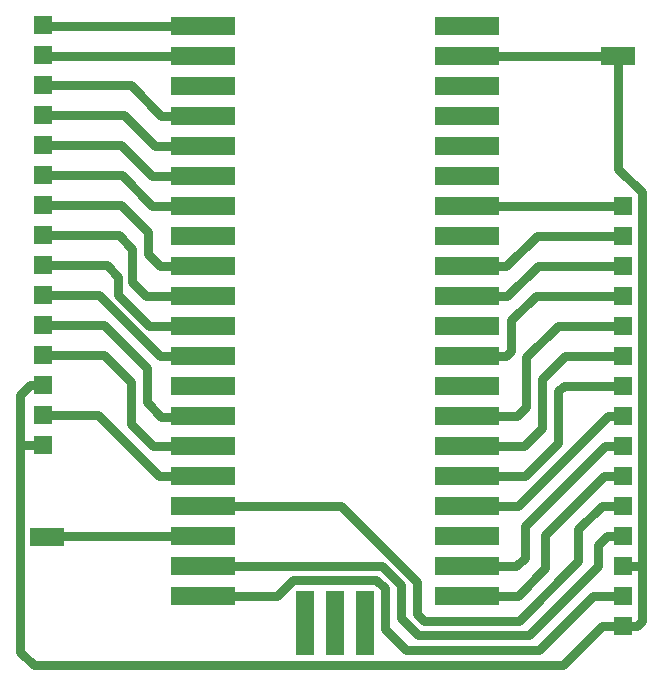
<source format=gtl>
G04*
G04 #@! TF.GenerationSoftware,Altium Limited,Altium Designer,20.0.13 (296)*
G04*
G04 Layer_Physical_Order=1*
G04 Layer_Color=255*
%FSLAX44Y44*%
%MOMM*%
G71*
G01*
G75*
%ADD13R,3.0000X1.5000*%
%ADD14R,1.5000X1.5000*%
%ADD15R,5.5000X1.5000*%
%ADD16R,1.5000X5.5000*%
%ADD21C,0.7620*%
D13*
X1076500Y1073500D02*
D03*
X593289Y666336D02*
D03*
D14*
X1080805Y590912D02*
D03*
Y946512D02*
D03*
Y921112D02*
D03*
Y895712D02*
D03*
Y870312D02*
D03*
Y844912D02*
D03*
Y819512D02*
D03*
Y794112D02*
D03*
Y768712D02*
D03*
Y743312D02*
D03*
Y717912D02*
D03*
Y692512D02*
D03*
Y667112D02*
D03*
Y641712D02*
D03*
Y616312D02*
D03*
X589933Y743550D02*
D03*
Y1099150D02*
D03*
Y1073750D02*
D03*
Y1048350D02*
D03*
Y1022950D02*
D03*
Y997550D02*
D03*
Y972150D02*
D03*
Y946750D02*
D03*
Y921350D02*
D03*
Y895950D02*
D03*
Y870550D02*
D03*
Y845150D02*
D03*
Y819750D02*
D03*
Y794350D02*
D03*
Y768950D02*
D03*
D15*
X948544Y666869D02*
D03*
Y641469D02*
D03*
Y616069D02*
D03*
X725019D02*
D03*
Y641469D02*
D03*
Y666869D02*
D03*
Y692269D02*
D03*
Y717669D02*
D03*
Y743069D02*
D03*
Y768469D02*
D03*
Y793869D02*
D03*
Y819269D02*
D03*
Y844669D02*
D03*
Y870069D02*
D03*
Y895469D02*
D03*
Y920869D02*
D03*
Y946269D02*
D03*
Y971669D02*
D03*
Y997069D02*
D03*
Y1022469D02*
D03*
Y1047869D02*
D03*
Y1073269D02*
D03*
Y1098669D02*
D03*
X948544Y692269D02*
D03*
Y717669D02*
D03*
Y743069D02*
D03*
Y768469D02*
D03*
Y793869D02*
D03*
Y819269D02*
D03*
Y844669D02*
D03*
Y870069D02*
D03*
Y895469D02*
D03*
Y920869D02*
D03*
Y946269D02*
D03*
Y971669D02*
D03*
Y997069D02*
D03*
Y1022469D02*
D03*
Y1047869D02*
D03*
Y1073269D02*
D03*
Y1098669D02*
D03*
D16*
X862182Y593207D02*
D03*
X836782D02*
D03*
X811382D02*
D03*
D21*
X570500Y569000D02*
Y743500D01*
Y569000D02*
X582000Y557500D01*
X948544Y1073269D02*
X948659Y1073385D01*
X1076385D01*
X1076500Y1073500D01*
Y978000D02*
Y1073500D01*
X570500Y743500D02*
Y786000D01*
X570550Y743550D02*
X589933D01*
X570500Y743500D02*
X570550Y743550D01*
X570500Y786000D02*
X578850Y794350D01*
X724053Y666603D02*
X724669Y667219D01*
X593556Y666603D02*
X724053D01*
X593289Y666336D02*
X593556Y666603D01*
X582000Y557500D02*
X1030000D01*
X1063412Y590912D02*
X1080805D01*
X1030000Y557500D02*
X1063412Y590912D01*
X578850Y794350D02*
X589933D01*
X1096500Y641500D02*
X1096500Y958000D01*
X1096500Y595000D02*
Y641500D01*
X1080805Y641712D02*
X1096288D01*
X1096500Y641500D01*
X1080805Y590912D02*
X1092412D01*
X1096500Y595000D01*
X1076500Y978000D02*
X1096500Y958000D01*
X912500Y595000D02*
X992500D01*
X1043000Y645500D02*
Y672500D01*
X992500Y595000D02*
X1043000Y645500D01*
X906652Y600848D02*
Y627829D01*
Y600848D02*
X912500Y595000D01*
X892500Y597500D02*
Y625500D01*
X907000Y583000D02*
X1001000D01*
X892500Y597500D02*
X907000Y583000D01*
X879000Y588500D02*
Y622500D01*
X897000Y570500D02*
X1009500D01*
X879000Y588500D02*
X897000Y570500D01*
X1001000Y583000D02*
X1059500Y641500D01*
X1009500Y570500D02*
X1055312Y616312D01*
X1080805D01*
X1059500Y641500D02*
Y659000D01*
X1067612Y667112D01*
X948544Y616069D02*
X991569D01*
X1015000Y639500D01*
Y668000D01*
X1064912Y717912D01*
X948544Y641469D02*
X990469D01*
X997500Y648500D01*
Y675500D02*
X1065312Y743312D01*
X997500Y648500D02*
Y675500D01*
X1068212Y768712D02*
X1080805D01*
X948544Y692269D02*
X991769D01*
X1068212Y768712D01*
X948544Y717669D02*
X997669D01*
X1026000Y746000D02*
Y789648D01*
X997669Y717669D02*
X1026000Y746000D01*
Y789648D02*
X1030464Y794112D01*
X1080805D01*
X997069Y743069D02*
X1012500Y758500D01*
Y800000D02*
X1032012Y819512D01*
X1012500Y758500D02*
Y800000D01*
X990969Y768469D02*
X998500Y776000D01*
Y818000D01*
X1025412Y844912D01*
X948544Y819269D02*
X981769D01*
X986278Y823778D01*
Y849566D01*
X1007025Y870312D01*
X1080805D01*
X1008607Y895712D02*
X1080805D01*
X948544Y870069D02*
X948590Y870115D01*
X983010D01*
X1008607Y895712D01*
X1065312Y743312D02*
X1080805D01*
X1064912Y717912D02*
X1080805D01*
X1063012Y692512D02*
X1080805D01*
X1043000Y672500D02*
X1063012Y692512D01*
X1067612Y667112D02*
X1080805D01*
X948544Y743069D02*
X997069D01*
X1032012Y819512D02*
X1080805D01*
X948544Y768469D02*
X990969D01*
X1025412Y844912D02*
X1080805D01*
X948544Y895469D02*
X981969D01*
X1007612Y921112D02*
X1080805D01*
X981969Y895469D02*
X1007612Y921112D01*
X948544Y946269D02*
X948665Y946391D01*
X1080684D01*
X1080805Y946512D01*
X725019Y692269D02*
X842212D01*
X906652Y627829D01*
X801000Y629500D02*
X872000D01*
X879000Y622500D01*
X876531Y641469D02*
X892500Y625500D01*
X725019Y641469D02*
X876531D01*
X787569Y616069D02*
X801000Y629500D01*
X725019Y616069D02*
X787569D01*
X687831Y717669D02*
X725019D01*
X636550Y768950D02*
X687831Y717669D01*
X589933Y768950D02*
X636550D01*
X682931Y743069D02*
X725019D01*
X664000Y762000D02*
X682931Y743069D01*
X641750Y819750D02*
X664000Y797500D01*
Y762000D02*
Y797500D01*
X589933Y819750D02*
X641750D01*
X724550Y768000D02*
X725019Y768469D01*
X689500Y768000D02*
X724550D01*
X677500Y780000D02*
X689500Y768000D01*
X641350Y845150D02*
X677500Y809000D01*
Y780000D02*
Y809000D01*
X589933Y845150D02*
X641350D01*
X688731Y819269D02*
X725019D01*
X637450Y870550D02*
X688731Y819269D01*
X589933Y870550D02*
X637450D01*
X679831Y844669D02*
X725019D01*
X653500Y871000D02*
X679831Y844669D01*
X653500Y871000D02*
Y886000D01*
X643550Y895950D02*
X653500Y886000D01*
X589933Y895950D02*
X643550D01*
X676931Y870069D02*
X725019D01*
X665500Y881500D02*
X676931Y870069D01*
X654150Y921350D02*
X665500Y910000D01*
Y881500D02*
Y910000D01*
X589933Y921350D02*
X654150D01*
X688531Y895469D02*
X725019D01*
X678500Y905500D02*
X688531Y895469D01*
X655750Y946750D02*
X678500Y924000D01*
Y905500D02*
Y924000D01*
X589933Y946750D02*
X655750D01*
X682231Y946269D02*
X725019D01*
X656350Y972150D02*
X682231Y946269D01*
X589933Y972150D02*
X656350D01*
X681831Y971669D02*
X725019D01*
X655950Y997550D02*
X681831Y971669D01*
X589933Y997550D02*
X655950D01*
X684431Y997069D02*
X725019D01*
X658550Y1022950D02*
X684431Y997069D01*
X589933Y1022950D02*
X658550D01*
X690031Y1022469D02*
X725019D01*
X664150Y1048350D02*
X690031Y1022469D01*
X589933Y1048350D02*
X664150D01*
X589933Y1073750D02*
X590174Y1073510D01*
X724779D01*
X590174Y1098910D02*
X724779D01*
X589933Y1099150D02*
X590174Y1098910D01*
X724779Y1073510D02*
X725019Y1073269D01*
X724779Y1098910D02*
X725019Y1098669D01*
X724669Y667219D02*
X725019Y666869D01*
M02*

</source>
